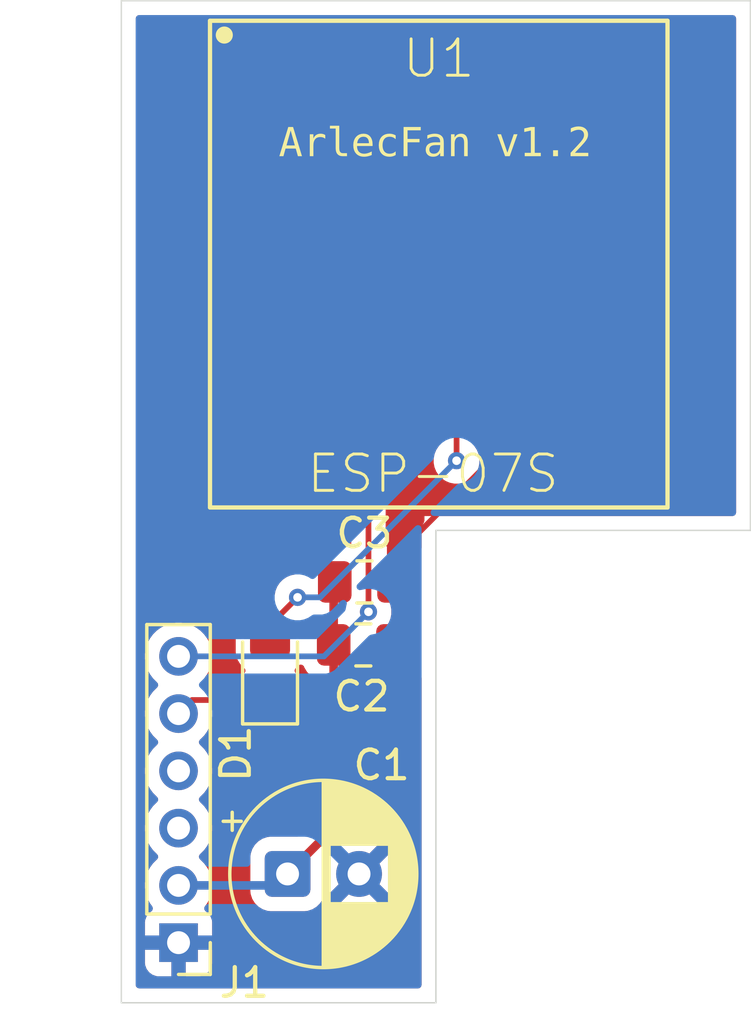
<source format=kicad_pcb>
(kicad_pcb (version 20241229) (generator "pcbnew") (generator_version "9.0")
  (layers (0 "F.Cu" signal) (2 "B.Cu" signal) (13 "F.Paste" user) (15 "B.Paste" user) (5 "F.SilkS" user "F.Silkscreen") (7 "B.SilkS" user "B.Silkscreen") (1 "F.Mask" user) (3 "B.Mask" user) (25 "Edge.Cuts" user))
  (net 0 "")
  (net 1 "/Vcc")
  (net 2 "GND")
  (net 3 "Net-(D1-A)")
  (net 4 "Net-(D1-K)")
  (net 6 "Net-(J1-Pin_6)")
  (footprint "Diode_SMD:D_0805_2012Metric_Pad1.15x1.40mm_HandSolder" (layer "F.Cu") (at 105.2 107.9 90)
    (property "Reference" "D1" (at -2.9 -1.2 90) (layer "F.SilkS"))
    (property "Value" "1N4148")
    (fp_line (start 1 -0.96) (end -1.86 -0.96) (stroke (width 0.12)) (layer "F.SilkS"))
    (fp_line (start -1.86 -0.96) (end -1.86 0.96) (stroke (width 0.12)) (layer "F.SilkS"))
    (fp_line (start -1.86 0.96) (end 1 0.96) (stroke (width 0.12)) (layer "F.SilkS"))
    (pad "1" smd roundrect (at -1.025 0 90) (size 1.15 1.4) (layers "F.Cu" "F.Mask" "F.Paste") (roundrect_rratio 0.217391) (net 4 "Net-(D1-K)"))
    (pad "2" smd roundrect (at 1.025 0 90) (size 1.15 1.4) (layers "F.Cu" "F.Mask" "F.Paste") (roundrect_rratio 0.217391) (net 3 "Net-(D1-A)"))
  )
  (footprint "RF_Module:ESP-07S" (layer "F.Cu") (at 111.1 93.7)
    (property "Reference" "U1" (at 0 -7.18 0) (layer "F.SilkS") (effects (font (size 1.27 1.27) (thickness 0.1016))))
    (property "Value" "ESP-07S" (at -0.199758 7.32 0) (layer "F.SilkS") (effects (font (size 1.27 1.27) (thickness 0.1016))))
    (fp_line (start -8 -8.5) (end 8 -8.5) (stroke (width 0.15)) (layer "F.SilkS"))
    (fp_line (start -8 8.5) (end -8 -8.5) (stroke (width 0.15)) (layer "F.SilkS"))
    (fp_line (start 8 -8.5) (end 8 8.5) (stroke (width 0.15)) (layer "F.SilkS"))
    (fp_line (start 8 8.5) (end -8 8.5) (stroke (width 0.15)) (layer "F.SilkS"))
    (fp_circle (center -7.6 -8) (end -7.5 -8) (stroke (width 0.15)) (fill no) (layer "F.SilkS"))
    (fp_circle (center -7.5 -8) (end -7.4 -8) (stroke (width 0.15)) (fill no) (layer "F.SilkS"))
    (fp_circle (center -7.5 -8) (end -7.3 -8.1) (stroke (width 0.15)) (fill no) (layer "F.SilkS"))
    (pad "1" smd rect (at -7.7 -7) (size 2.6 1.1) (layers "F.Cu" "F.Mask" "F.Paste"))
    (pad "2" smd rect (at -7.7 -5) (size 2.6 1.1) (layers "F.Cu" "F.Mask" "F.Paste"))
    (pad "3" smd rect (at -7.7 -3) (size 2.6 1.1) (layers "F.Cu" "F.Mask" "F.Paste") (net 1 "/Vcc"))
    (pad "4" smd rect (at -7.7 -1) (size 2.6 1.1) (layers "F.Cu" "F.Mask" "F.Paste"))
    (pad "5" smd rect (at -7.7 1) (size 2.6 1.1) (layers "F.Cu" "F.Mask" "F.Paste"))
    (pad "6" smd rect (at -7.7 3) (size 2.6 1.1) (layers "F.Cu" "F.Mask" "F.Paste"))
    (pad "7" smd rect (at -7.7 5) (size 2.6 1.1) (layers "F.Cu" "F.Mask" "F.Paste"))
    (pad "8" smd rect (at -7.7 7) (size 2.6 1.1) (layers "F.Cu" "F.Mask" "F.Paste") (net 1 "/Vcc"))
    (pad "9" smd rect (at 7.7 7) (size 2.6 1.1) (layers "F.Cu" "F.Mask" "F.Paste") (net 2 "GND"))
    (pad "10" smd rect (at 7.7 5) (size 2.6 1.1) (layers "F.Cu" "F.Mask" "F.Paste"))
    (pad "11" smd rect (at 7.7 3) (size 2.6 1.1) (layers "F.Cu" "F.Mask" "F.Paste"))
    (pad "12" smd rect (at 7.7 1) (size 2.6 1.1) (layers "F.Cu" "F.Mask" "F.Paste"))
    (pad "13" smd rect (at 7.7 -1) (size 2.6 1.1) (layers "F.Cu" "F.Mask" "F.Paste"))
    (pad "14" smd rect (at 7.7 -3) (size 2.6 1.1) (layers "F.Cu" "F.Mask" "F.Paste"))
    (pad "15" smd rect (at 7.7 -5) (size 2.6 1.1) (layers "F.Cu" "F.Mask" "F.Paste") (net 3 "Net-(D1-A)"))
    (pad "16" smd rect (at 7.7 -7) (size 2.6 1.1) (layers "F.Cu" "F.Mask" "F.Paste") (net 6 "Net-(J1-Pin_6)"))
  )
  (footprint "Capacitor_SMD:C_0805_2012Metric_Pad1.18x1.45mm_HandSolder" (layer "F.Cu") (at 108.5 104.8)
    (property "Reference" "C3" (at 0 -1.7 0) (layer "F.SilkS"))
    (property "Value" "0.1uF")
    (fp_line (start -0.261252 -0.735) (end 0.261252 -0.735) (stroke (width 0.12)) (layer "F.SilkS"))
    (fp_line (start -0.261252 0.735) (end 0.261252 0.735) (stroke (width 0.12)) (layer "F.SilkS"))
    (pad "1" smd roundrect (at -1.0375 0) (size 1.175 1.45) (layers "F.Cu" "F.Mask" "F.Paste") (roundrect_rratio 0.212766) (net 1 "/Vcc"))
    (pad "2" smd roundrect (at 1.0375 0) (size 1.175 1.45) (layers "F.Cu" "F.Mask" "F.Paste") (roundrect_rratio 0.212766) (net 2 "GND"))
  )
  (footprint "Capacitor_SMD:C_0805_2012Metric_Pad1.18x1.45mm_HandSolder" (layer "F.Cu") (at 108.4625 107)
    (property "Reference" "C2" (at -0.0625 1.8 0) (layer "F.SilkS"))
    (property "Value" "0.1uF")
    (fp_line (start -0.261252 -0.735) (end 0.261252 -0.735) (stroke (width 0.12)) (layer "F.SilkS"))
    (fp_line (start -0.261252 0.735) (end 0.261252 0.735) (stroke (width 0.12)) (layer "F.SilkS"))
    (pad "1" smd roundrect (at -1.0375 0) (size 1.175 1.45) (layers "F.Cu" "F.Mask" "F.Paste") (roundrect_rratio 0.212766) (net 1 "/Vcc"))
    (pad "2" smd roundrect (at 1.0375 0) (size 1.175 1.45) (layers "F.Cu" "F.Mask" "F.Paste") (roundrect_rratio 0.212766) (net 2 "GND"))
  )
  (footprint "Capacitor_THT:CP_Radial_D6.3mm_P2.50mm" (layer "F.Cu") (at 105.8124 115)
    (property "Reference" "C1" (at 3.287625 -3.8 0) (layer "F.SilkS"))
    (property "Value" "220uF")
    (fp_line (start -2.250241 -1.839) (end -1.620241 -1.839) (stroke (width 0.12)) (layer "F.SilkS"))
    (fp_line (start -1.935241 -2.154) (end -1.935241 -1.524) (stroke (width 0.12)) (layer "F.SilkS"))
    (fp_line (start 1.25 -3.23) (end 1.25 3.23) (stroke (width 0.12)) (layer "F.SilkS"))
    (fp_line (start 1.29 -3.23) (end 1.29 3.23) (stroke (width 0.12)) (layer "F.SilkS"))
    (fp_line (start 1.33 -3.229) (end 1.33 3.229) (stroke (width 0.12)) (layer "F.SilkS"))
    (fp_line (start 1.37 -3.228) (end 1.37 3.228) (stroke (width 0.12)) (layer "F.SilkS"))
    (fp_line (start 1.41 -3.226) (end 1.41 3.226) (stroke (width 0.12)) (layer "F.SilkS"))
    (fp_line (start 1.45 -3.224) (end 1.45 3.224) (stroke (width 0.12)) (layer "F.SilkS"))
    (fp_line (start 1.49 -3.221) (end 1.49 -1.04) (stroke (width 0.12)) (layer "F.SilkS"))
    (fp_line (start 1.49 1.04) (end 1.49 3.221) (stroke (width 0.12)) (layer "F.SilkS"))
    (fp_line (start 1.53 -3.218) (end 1.53 -1.04) (stroke (width 0.12)) (layer "F.SilkS"))
    (fp_line (start 1.53 1.04) (end 1.53 3.218) (stroke (width 0.12)) (layer "F.SilkS"))
    (fp_line (start 1.57 -3.214) (end 1.57 -1.04) (stroke (width 0.12)) (layer "F.SilkS"))
    (fp_line (start 1.57 1.04) (end 1.57 3.214) (stroke (width 0.12)) (layer "F.SilkS"))
    (fp_line (start 1.61 -3.21) (end 1.61 -1.04) (stroke (width 0.12)) (layer "F.SilkS"))
    (fp_line (start 1.61 1.04) (end 1.61 3.21) (stroke (width 0.12)) (layer "F.SilkS"))
    (fp_line (start 1.65 -3.205) (end 1.65 -1.04) (stroke (width 0.12)) (layer "F.SilkS"))
    (fp_line (start 1.65 1.04) (end 1.65 3.205) (stroke (width 0.12)) (layer "F.SilkS"))
    (fp_line (start 1.69 -3.2) (end 1.69 -1.04) (stroke (width 0.12)) (layer "F.SilkS"))
    (fp_line (start 1.69 1.04) (end 1.69 3.2) (stroke (width 0.12)) (layer "F.SilkS"))
    (fp_line (start 1.73 -3.195) (end 1.73 -1.04) (stroke (width 0.12)) (layer "F.SilkS"))
    (fp_line (start 1.73 1.04) (end 1.73 3.195) (stroke (width 0.12)) (layer "F.SilkS"))
    (fp_line (start 1.77 -3.188) (end 1.77 -1.04) (stroke (width 0.12)) (layer "F.SilkS"))
    (fp_line (start 1.77 1.04) (end 1.77 3.188) (stroke (width 0.12)) (layer "F.SilkS"))
    (fp_line (start 1.81 -3.182) (end 1.81 -1.04) (stroke (width 0.12)) (layer "F.SilkS"))
    (fp_line (start 1.81 1.04) (end 1.81 3.182) (stroke (width 0.12)) (layer "F.SilkS"))
    (fp_line (start 1.85 -3.174) (end 1.85 -1.04) (stroke (width 0.12)) (layer "F.SilkS"))
    (fp_line (start 1.85 1.04) (end 1.85 3.174) (stroke (width 0.12)) (layer "F.SilkS"))
    (fp_line (start 1.89 -3.167) (end 1.89 -1.04) (stroke (width 0.12)) (layer "F.SilkS"))
    (fp_line (start 1.89 1.04) (end 1.89 3.167) (stroke (width 0.12)) (layer "F.SilkS"))
    (fp_line (start 1.93 -3.159) (end 1.93 -1.04) (stroke (width 0.12)) (layer "F.SilkS"))
    (fp_line (start 1.93 1.04) (end 1.93 3.159) (stroke (width 0.12)) (layer "F.SilkS"))
    (fp_line (start 1.97 -3.15) (end 1.97 -1.04) (stroke (width 0.12)) (layer "F.SilkS"))
    (fp_line (start 1.97 1.04) (end 1.97 3.15) (stroke (width 0.12)) (layer "F.SilkS"))
    (fp_line (start 2.01 -3.14) (end 2.01 -1.04) (stroke (width 0.12)) (layer "F.SilkS"))
    (fp_line (start 2.01 1.04) (end 2.01 3.14) (stroke (width 0.12)) (layer "F.SilkS"))
    (fp_line (start 2.05 -3.131) (end 2.05 -1.04) (stroke (width 0.12)) (layer "F.SilkS"))
    (fp_line (start 2.05 1.04) (end 2.05 3.131) (stroke (width 0.12)) (layer "F.SilkS"))
    (fp_line (start 2.09 -3.12) (end 2.09 -1.04) (stroke (width 0.12)) (layer "F.SilkS"))
    (fp_line (start 2.09 1.04) (end 2.09 3.12) (stroke (width 0.12)) (layer "F.SilkS"))
    (fp_line (start 2.13 -3.109) (end 2.13 -1.04) (stroke (width 0.12)) (layer "F.SilkS"))
    (fp_line (start 2.13 1.04) (end 2.13 3.109) (stroke (width 0.12)) (layer "F.SilkS"))
    (fp_line (start 2.17 -3.098) (end 2.17 -1.04) (stroke (width 0.12)) (layer "F.SilkS"))
    (fp_line (start 2.17 1.04) (end 2.17 3.098) (stroke (width 0.12)) (layer "F.SilkS"))
    (fp_line (start 2.21 -3.086) (end 2.21 -1.04) (stroke (width 0.12)) (layer "F.SilkS"))
    (fp_line (start 2.21 1.04) (end 2.21 3.086) (stroke (width 0.12)) (layer "F.SilkS"))
    (fp_line (start 2.25 -3.073) (end 2.25 -1.04) (stroke (width 0.12)) (layer "F.SilkS"))
    (fp_line (start 2.25 1.04) (end 2.25 3.073) (stroke (width 0.12)) (layer "F.SilkS"))
    (fp_line (start 2.29 -3.06) (end 2.29 -1.04) (stroke (width 0.12)) (layer "F.SilkS"))
    (fp_line (start 2.29 1.04) (end 2.29 3.06) (stroke (width 0.12)) (layer "F.SilkS"))
    (fp_line (start 2.33 -3.047) (end 2.33 -1.04) (stroke (width 0.12)) (layer "F.SilkS"))
    (fp_line (start 2.33 1.04) (end 2.33 3.047) (stroke (width 0.12)) (layer "F.SilkS"))
    (fp_line (start 2.37 -3.032) (end 2.37 -1.04) (stroke (width 0.12)) (layer "F.SilkS"))
    (fp_line (start 2.37 1.04) (end 2.37 3.032) (stroke (width 0.12)) (layer "F.SilkS"))
    (fp_line (start 2.41 -3.017) (end 2.41 -1.04) (stroke (width 0.12)) (layer "F.SilkS"))
    (fp_line (start 2.41 1.04) (end 2.41 3.017) (stroke (width 0.12)) (layer "F.SilkS"))
    (fp_line (start 2.45 -3.002) (end 2.45 -1.04) (stroke (width 0.12)) (layer "F.SilkS"))
    (fp_line (start 2.45 1.04) (end 2.45 3.002) (stroke (width 0.12)) (layer "F.SilkS"))
    (fp_line (start 2.49 -2.986) (end 2.49 -1.04) (stroke (width 0.12)) (layer "F.SilkS"))
    (fp_line (start 2.49 1.04) (end 2.49 2.986) (stroke (width 0.12)) (layer "F.SilkS"))
    (fp_line (start 2.53 -2.969) (end 2.53 -1.04) (stroke (width 0.12)) (layer "F.SilkS"))
    (fp_line (start 2.53 1.04) (end 2.53 2.969) (stroke (width 0.12)) (layer "F.SilkS"))
    (fp_line (start 2.57 -2.952) (end 2.57 -1.04) (stroke (width 0.12)) (layer "F.SilkS"))
    (fp_line (start 2.57 1.04) (end 2.57 2.952) (stroke (width 0.12)) (layer "F.SilkS"))
    (fp_line (start 2.61 -2.934) (end 2.61 -1.04) (stroke (width 0.12)) (layer "F.SilkS"))
    (fp_line (start 2.61 1.04) (end 2.61 2.934) (stroke (width 0.12)) (layer "F.SilkS"))
    (fp_line (start 2.65 -2.915) (end 2.65 -1.04) (stroke (width 0.12)) (layer "F.SilkS"))
    (fp_line (start 2.65 1.04) (end 2.65 2.915) (stroke (width 0.12)) (layer "F.SilkS"))
    (fp_line (start 2.69 -2.896) (end 2.69 -1.04) (stroke (width 0.12)) (layer "F.SilkS"))
    (fp_line (start 2.69 1.04) (end 2.69 2.896) (stroke (width 0.12)) (layer "F.SilkS"))
    (fp_line (start 2.73 -2.876) (end 2.73 -1.04) (stroke (width 0.12)) (layer "F.SilkS"))
    (fp_line (start 2.73 1.04) (end 2.73 2.876) (stroke (width 0.12)) (layer "F.SilkS"))
    (fp_line (start 2.77 -2.855) (end 2.77 -1.04) (stroke (width 0.12)) (layer "F.SilkS"))
    (fp_line (start 2.77 1.04) (end 2.77 2.855) (stroke (width 0.12)) (layer "F.SilkS"))
    (fp_line (start 2.81 -2.834) (end 2.81 -1.04) (stroke (width 0.12)) (layer "F.SilkS"))
    (fp_line (start 2.81 1.04) (end 2.81 2.834) (stroke (width 0.12)) (layer "F.SilkS"))
    (fp_line (start 2.85 -2.812) (end 2.85 -1.04) (stroke (width 0.12)) (layer "F.SilkS"))
    (fp_line (start 2.85 1.04) (end 2.85 2.812) (stroke (width 0.12)) (layer "F.SilkS"))
    (fp_line (start 2.89 -2.789) (end 2.89 -1.04) (stroke (width 0.12)) (layer "F.SilkS"))
    (fp_line (start 2.89 1.04) (end 2.89 2.789) (stroke (width 0.12)) (layer "F.SilkS"))
    (fp_line (start 2.93 -2.765) (end 2.93 -1.04) (stroke (width 0.12)) (layer "F.SilkS"))
    (fp_line (start 2.93 1.04) (end 2.93 2.765) (stroke (width 0.12)) (layer "F.SilkS"))
    (fp_line (start 2.97 -2.741) (end 2.97 -1.04) (stroke (width 0.12)) (layer "F.SilkS"))
    (fp_line (start 2.97 1.04) (end 2.97 2.741) (stroke (width 0.12)) (layer "F.SilkS"))
    (fp_line (start 3.01 -2.716) (end 3.01 -1.04) (stroke (width 0.12)) (layer "F.SilkS"))
    (fp_line (start 3.01 1.04) (end 3.01 2.716) (stroke (width 0.12)) (layer "F.SilkS"))
    (fp_line (start 3.05 -2.69) (end 3.05 -1.04) (stroke (width 0.12)) (layer "F.SilkS"))
    (fp_line (start 3.05 1.04) (end 3.05 2.69) (stroke (width 0.12)) (layer "F.SilkS"))
    (fp_line (start 3.09 -2.663) (end 3.09 -1.04) (stroke (width 0.12)) (layer "F.SilkS"))
    (fp_line (start 3.09 1.04) (end 3.09 2.663) (stroke (width 0.12)) (layer "F.SilkS"))
    (fp_line (start 3.13 -2.636) (end 3.13 -1.04) (stroke (width 0.12)) (layer "F.SilkS"))
    (fp_line (start 3.13 1.04) (end 3.13 2.636) (stroke (width 0.12)) (layer "F.SilkS"))
    (fp_line (start 3.17 -2.607) (end 3.17 -1.04) (stroke (width 0.12)) (layer "F.SilkS"))
    (fp_line (start 3.17 1.04) (end 3.17 2.607) (stroke (width 0.12)) (layer "F.SilkS"))
    (fp_line (start 3.21 -2.577) (end 3.21 -1.04) (stroke (width 0.12)) (layer "F.SilkS"))
    (fp_line (start 3.21 1.04) (end 3.21 2.577) (stroke (width 0.12)) (layer "F.SilkS"))
    (fp_line (start 3.25 -2.547) (end 3.25 -1.04) (stroke (width 0.12)) (layer "F.SilkS"))
    (fp_line (start 3.25 1.04) (end 3.25 2.547) (stroke (width 0.12)) (layer "F.SilkS"))
    (fp_line (start 3.29 -2.516) (end 3.29 -1.04) (stroke (width 0.12)) (layer "F.SilkS"))
    (fp_line (start 3.29 1.04) (end 3.29 2.516) (stroke (width 0.12)) (layer "F.SilkS"))
    (fp_line (start 3.33 -2.483) (end 3.33 -1.04) (stroke (width 0.12)) (layer "F.SilkS"))
    (fp_line (start 3.33 1.04) (end 3.33 2.483) (stroke (width 0.12)) (layer "F.SilkS"))
    (fp_line (start 3.37 -2.45) (end 3.37 -1.04) (stroke (width 0.12)) (layer "F.SilkS"))
    (fp_line (start 3.37 1.04) (end 3.37 2.45) (stroke (width 0.12)) (layer "F.SilkS"))
    (fp_line (start 3.41 -2.415) (end 3.41 -1.04) (stroke (width 0.12)) (layer "F.SilkS"))
    (fp_line (start 3.41 1.04) (end 3.41 2.415) (stroke (width 0.12)) (layer "F.SilkS"))
    (fp_line (start 3.45 -2.379) (end 3.45 -1.04) (stroke (width 0.12)) (layer "F.SilkS"))
    (fp_line (start 3.45 1.04) (end 3.45 2.379) (stroke (width 0.12)) (layer "F.SilkS"))
    (fp_line (start 3.49 -2.342) (end 3.49 -1.04) (stroke (width 0.12)) (layer "F.SilkS"))
    (fp_line (start 3.49 1.04) (end 3.49 2.342) (stroke (width 0.12)) (layer "F.SilkS"))
    (fp_line (start 3.53 -2.304) (end 3.53 -1.04) (stroke (width 0.12)) (layer "F.SilkS"))
    (fp_line (start 3.53 1.04) (end 3.53 2.304) (stroke (width 0.12)) (layer "F.SilkS"))
    (fp_line (start 3.57 -2.264) (end 3.57 2.264) (stroke (width 0.12)) (layer "F.SilkS"))
    (fp_line (start 3.61 -2.223) (end 3.61 2.223) (stroke (width 0.12)) (layer "F.SilkS"))
    (fp_line (start 3.65 -2.181) (end 3.65 2.181) (stroke (width 0.12)) (layer "F.SilkS"))
    (fp_line (start 3.69 -2.137) (end 3.69 2.137) (stroke (width 0.12)) (layer "F.SilkS"))
    (fp_line (start 3.73 -2.091) (end 3.73 2.091) (stroke (width 0.12)) (layer "F.SilkS"))
    (fp_line (start 3.77 -2.044) (end 3.77 2.044) (stroke (width 0.12)) (layer "F.SilkS"))
    (fp_line (start 3.81 -1.995) (end 3.81 1.995) (stroke (width 0.12)) (layer "F.SilkS"))
    (fp_line (start 3.85 -1.943) (end 3.85 1.943) (stroke (width 0.12)) (layer "F.SilkS"))
    (fp_line (start 3.89 -1.89) (end 3.89 1.89) (stroke (width 0.12)) (layer "F.SilkS"))
    (fp_line (start 3.93 -1.834) (end 3.93 1.834) (stroke (width 0.12)) (layer "F.SilkS"))
    (fp_line (start 3.97 -1.775) (end 3.97 1.775) (stroke (width 0.12)) (layer "F.SilkS"))
    (fp_line (start 4.01 -1.714) (end 4.01 1.714) (stroke (width 0.12)) (layer "F.SilkS"))
    (fp_line (start 4.05 -1.649) (end 4.05 1.649) (stroke (width 0.12)) (layer "F.SilkS"))
    (fp_line (start 4.09 -1.581) (end 4.09 1.581) (stroke (width 0.12)) (layer "F.SilkS"))
    (fp_line (start 4.13 -1.509) (end 4.13 1.509) (stroke (width 0.12)) (layer "F.SilkS"))
    (fp_line (start 4.17 -1.432) (end 4.17 1.432) (stroke (width 0.12)) (layer "F.SilkS"))
    (fp_line (start 4.21 -1.35) (end 4.21 1.35) (stroke (width 0.12)) (layer "F.SilkS"))
    (fp_line (start 4.25 -1.261) (end 4.25 1.261) (stroke (width 0.12)) (layer "F.SilkS"))
    (fp_line (start 4.29 -1.165) (end 4.29 1.165) (stroke (width 0.12)) (layer "F.SilkS"))
    (fp_line (start 4.33 -1.058) (end 4.33 1.058) (stroke (width 0.12)) (layer "F.SilkS"))
    (fp_line (start 4.37 -0.939) (end 4.37 0.939) (stroke (width 0.12)) (layer "F.SilkS"))
    (fp_line (start 4.41 -0.801) (end 4.41 0.801) (stroke (width 0.12)) (layer "F.SilkS"))
    (fp_line (start 4.45 -0.633) (end 4.45 0.633) (stroke (width 0.12)) (layer "F.SilkS"))
    (fp_line (start 4.49 -0.402) (end 4.49 0.402) (stroke (width 0.12)) (layer "F.SilkS"))
    (fp_circle (center 1.25 0) (end 4.52 0) (stroke (width 0.12)) (fill no) (layer "F.SilkS"))
    (pad "1" thru_hole roundrect (at 0 0) (size 1.6 1.6) (drill 0.8) (layers "*.Cu" "*.Mask") (roundrect_rratio 0.15625) (net 1 "/Vcc"))
    (pad "2" thru_hole circle (at 2.5 0) (size 1.6 1.6) (drill 0.8) (layers "*.Cu" "*.Mask") (net 2 "GND"))
  )
  (footprint "Connector_PinHeader_2.00mm:PinHeader_1x06_P2.00mm_Vertical" (layer "F.Cu") (at 102 117.4 180)
    (property "Reference" "J1" (at -2.3 -1.4 0) (layer "F.SilkS"))
    (property "Value" "Conn_01x06_Pin")
    (fp_line (start 1.11 1) (end 1.11 11.11) (stroke (width 0.12)) (layer "F.SilkS"))
    (fp_line (start -1.11 11.11) (end 1.11 11.11) (stroke (width 0.12)) (layer "F.SilkS"))
    (fp_line (start -1.11 1) (end 1.11 1) (stroke (width 0.12)) (layer "F.SilkS"))
    (fp_line (start -1.11 1) (end -1.11 11.11) (stroke (width 0.12)) (layer "F.SilkS"))
    (fp_line (start -1.11 0) (end -1.11 -1.11) (stroke (width 0.12)) (layer "F.SilkS"))
    (fp_line (start -1.11 -1.11) (end 0 -1.11) (stroke (width 0.12)) (layer "F.SilkS"))
    (pad "1" thru_hole rect (at 0 0 180) (size 1.35 1.35) (drill 0.8) (layers "*.Cu" "*.Mask") (net 2 "GND"))
    (pad "2" thru_hole circle (at 0 2 180) (size 1.35 1.35) (drill 0.8) (layers "*.Cu" "*.Mask") (net 1 "/Vcc"))
    (pad "3" thru_hole circle (at 0 4 180) (size 1.35 1.35) (drill 0.8) (layers "*.Cu" "*.Mask"))
    (pad "4" thru_hole circle (at 0 6 180) (size 1.35 1.35) (drill 0.8) (layers "*.Cu" "*.Mask"))
    (pad "5" thru_hole circle (at 0 8 180) (size 1.35 1.35) (drill 0.8) (layers "*.Cu" "*.Mask") (net 4 "Net-(D1-K)"))
    (pad "6" thru_hole circle (at 0 10 180) (size 1.35 1.35) (drill 0.8) (layers "*.Cu" "*.Mask") (net 6 "Net-(J1-Pin_6)"))
  )
  (gr_line (start 122 84.5) (end 122 103) (stroke (width 0.05)) (layer "Edge.Cuts"))
  (gr_line (start 100 84.5) (end 122 84.5) (stroke (width 0.05)) (layer "Edge.Cuts"))
  (gr_line (start 111 119.5) (end 100 119.5) (stroke (width 0.05)) (layer "Edge.Cuts"))
  (gr_line (start 111 103) (end 111 119.5) (stroke (width 0.05)) (layer "Edge.Cuts"))
  (gr_line (start 100 119.5) (end 100 84.5) (stroke (width 0.05)) (layer "Edge.Cuts"))
  (gr_line (start 122 103) (end 111 103) (stroke (width 0.05)) (layer "Edge.Cuts"))
  (gr_text "ArlecFan v1.2\n" (at 105.5 90.1 0) (layer "F.SilkS") (effects (font (size 1 1) (thickness 0.1)) (justify left bottom)))
  (segment (start 106.2 90.7) (end 106.2 103.5) (width 0.3) (layer "F.Cu") (net 1))
  (segment (start 103.4 100.7) (end 106.2 103.5) (width 0.3) (layer "F.Cu") (net 1))
  (segment (start 103.4 90.7) (end 106.2 90.7) (width 0.3) (layer "F.Cu") (net 1))
  (segment (start 107.4625 104.8) (end 107.462 104.8) (width 0.2) (layer "F.Cu") (net 1))
  (segment (start 107.425 113.387) (end 107.425 107) (width 0.3) (layer "F.Cu") (net 1))
  (segment (start 107.462 104.8) (end 107.462 104.762) (width 0.2) (layer "F.Cu") (net 1))
  (segment (start 106.2245 114.5875) (end 105.8124 114.9996) (width 0.2) (layer "F.Cu") (net 1))
  (segment (start 106.2245 114.5875) (end 107.425 113.387) (width 0.3) (layer "F.Cu") (net 1))
  (segment (start 105.8124 114.9996) (end 105.8124 115) (width 0.2) (layer "F.Cu") (net 1))
  (segment (start 107.425 104.838) (end 107.462 104.8) (width 0.2) (layer "F.Cu") (net 1))
  (segment (start 106.2 103.5) (end 107.462 104.762) (width 0.3) (layer "F.Cu") (net 1))
  (segment (start 105.812 115) (end 106.2245 114.5875) (width 0.2) (layer "F.Cu") (net 1))
  (segment (start 107.425 107) (end 107.425 104.838) (width 0.3) (layer "F.Cu") (net 1))
  (segment (start 105.612 115.2) (end 105.812 115) (width 0.2) (layer "B.Cu") (net 1))
  (segment (start 102 115.4) (end 105.412 115.4) (width 0.3) (layer "B.Cu") (net 1))
  (segment (start 105.412 115.4) (end 105.612 115.2) (width 0.2) (layer "B.Cu") (net 1))
  (segment (start 105.6124 115.2) (end 105.8124 115) (width 0.2) (layer "B.Cu") (net 1))
  (segment (start 105.612 115.2) (end 105.6124 115.2) (width 0.2) (layer "B.Cu") (net 1))
  (segment (start 108.906 114.406) (end 108.3124 114.9996) (width 0.2) (layer "F.Cu") (net 2))
  (segment (start 118.8 100.7) (end 112.779 100.7) (width 0.2) (layer "F.Cu") (net 2))
  (segment (start 109.5 113.812) (end 109.5 107) (width 0.2) (layer "F.Cu") (net 2))
  (segment (start 112.779 100.7) (end 109.538 103.942) (width 0.2) (layer "F.Cu") (net 2))
  (segment (start 108.3124 114.9996) (end 108.3124 115) (width 0.2) (layer "F.Cu") (net 2))
  (segment (start 109.538 106.962) (end 109.538 104.8) (width 0.2) (layer "F.Cu") (net 2))
  (segment (start 109.538 103.942) (end 109.538 104.8) (width 0.2) (layer "F.Cu") (net 2))
  (segment (start 109.5 107) (end 109.538 106.962) (width 0.2) (layer "F.Cu") (net 2))
  (segment (start 109.5375 104.8) (end 109.538 104.8) (width 0.2) (layer "F.Cu") (net 2))
  (segment (start 108.906 114.406) (end 109.5 113.812) (width 0.2) (layer "F.Cu") (net 2))
  (segment (start 108.312 115) (end 108.906 114.406) (width 0.2) (layer "F.Cu") (net 2))
  (segment (start 105.912 117.4) (end 107.5127 115.7993) (width 0.2) (layer "B.Cu") (net 2))
  (segment (start 107.5131 115.7993) (end 108.3124 115) (width 0.2) (layer "B.Cu") (net 2))
  (segment (start 107.5127 115.7993) (end 107.5131 115.7993) (width 0.2) (layer "B.Cu") (net 2))
  (segment (start 102 117.4) (end 105.912 117.4) (width 0.2) (layer "B.Cu") (net 2))
  (segment (start 107.5127 115.7993) (end 108.312 115) (width 0.2) (layer "B.Cu") (net 2))
  (segment (start 105.2 106.3009) (end 105.2 106.875) (width 0.2) (layer "F.Cu") (net 3))
  (segment (start 111.7228 100.5663) (end 111.7227 100.5663) (width 0.2) (layer "F.Cu") (net 3))
  (segment (start 117.198 89.9071) (end 117.198 88.7) (width 0.2) (layer "F.Cu") (net 3))
  (segment (start 111.7228 95.3823) (end 111.7228 100.5663) (width 0.2) (layer "F.Cu") (net 3))
  (segment (start 117.198 89.9071) (end 111.7228 95.3823) (width 0.2) (layer "F.Cu") (net 3))
  (segment (start 106.162 105.3389) (end 105.2 106.3009) (width 0.2) (layer "F.Cu") (net 3))
  (segment (start 118.8 88.7) (end 117.198 88.7) (width 0.2) (layer "F.Cu") (net 3))
  (via (at 106.162 105.3389) (size 0.6) (drill 0.3) (layers "F.Cu" "B.Cu") (net 3))
  (via (at 111.7227 100.5663) (size 0.6) (drill 0.3) (layers "F.Cu" "B.Cu") (net 3))
  (segment (start 111.7227 100.5663) (end 106.9501 105.3389) (width 0.2) (layer "B.Cu") (net 3))
  (segment (start 106.9501 105.3389) (end 106.162 105.3389) (width 0.2) (layer "B.Cu") (net 3))
  (segment (start 102.475 108.925) (end 102 109.4) (width 0.2) (layer "F.Cu") (net 4))
  (segment (start 105.2 108.925) (end 102.475 108.925) (width 0.2) (layer "F.Cu") (net 4))
  (segment (start 115.457 88.4413) (end 117.198 86.7) (width 0.2) (layer "F.Cu") (net 6))
  (segment (start 108.6422 97.8644) (end 108.6422 105.8448) (width 0.2) (layer "F.Cu") (net 6))
  (segment (start 118.8 86.7) (end 117.198 86.7) (width 0.2) (layer "F.Cu") (net 6))
  (segment (start 115.457 91.0496) (end 108.6422 97.8644) (width 0.2) (layer "F.Cu") (net 6))
  (segment (start 115.457 91.0496) (end 115.457 88.4413) (width 0.2) (layer "F.Cu") (net 6))
  (via (at 108.6422 105.8448) (size 0.6) (drill 0.3) (layers "F.Cu" "B.Cu") (net 6))
  (segment (start 102 107.4) (end 107.087 107.4) (width 0.2) (layer "B.Cu") (net 6))
  (segment (start 107.087 107.4) (end 108.6422 105.8448) (width 0.2) (layer "B.Cu") (net 6))
  (zone (net 2) (net_name "GND") (layer "F.Cu") (connect_pads (clearance 0.5)) (min_thickness 0.25) (fill yes (thermal_gap 0.5) (thermal_bridge_width 0.5))
    (polygon (pts (xy 100.4 84.8) (xy 121.5 84.8) (xy 121.6 102.5) (xy 110.6 102.5) (xy 110.6 119) (xy 100.4 119)))
  )
  (zone (net 2) (net_name "GND") (layer "B.Cu") (priority 1) (connect_pads (clearance 0.5)) (min_thickness 0.25) (fill yes (thermal_gap 0.5) (thermal_bridge_width 0.5))
    (polygon (pts (xy 121.6 84.8) (xy 121.6 102.5) (xy 110.7 102.5) (xy 110.7 119.1) (xy 100.5 119.1) (xy 100.4 84.8)))
  )
)
</source>
